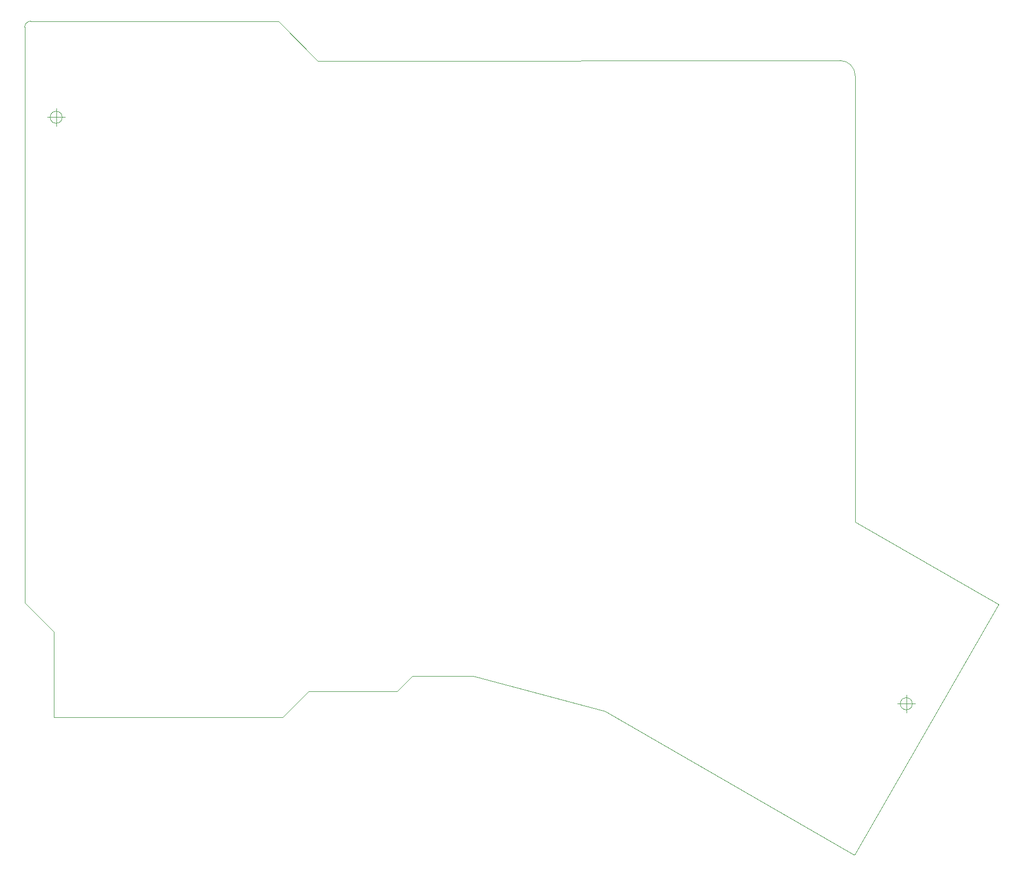
<source format=gm1>
G04 #@! TF.GenerationSoftware,KiCad,Pcbnew,(5.1.5)-3*
G04 #@! TF.CreationDate,2020-05-09T22:29:07+04:00*
G04 #@! TF.ProjectId,redox_rev2,7265646f-785f-4726-9576-322e6b696361,1.0*
G04 #@! TF.SameCoordinates,Original*
G04 #@! TF.FileFunction,Profile,NP*
%FSLAX46Y46*%
G04 Gerber Fmt 4.6, Leading zero omitted, Abs format (unit mm)*
G04 Created by KiCad (PCBNEW (5.1.5)-3) date 2020-05-09 22:29:07*
%MOMM*%
%LPD*%
G04 APERTURE LIST*
%ADD10C,0.100000*%
%ADD11C,0.110000*%
G04 APERTURE END LIST*
D10*
X79500000Y-37500000D02*
G75*
G02X80500000Y-36500000I1000000J0D01*
G01*
D11*
X121800000Y-36503500D02*
X128310000Y-43120000D01*
D10*
X80500000Y-36500000D02*
X121800000Y-36500000D01*
X215265000Y-43053000D02*
G75*
G02X217805006Y-45593006I0J-2540006D01*
G01*
X122428000Y-152400000D02*
X126746000Y-148082000D01*
X141478000Y-148082000D02*
X144018000Y-145542000D01*
X85750000Y-52500000D02*
G75*
G03X85750000Y-52500000I-1000000J0D01*
G01*
X83250000Y-52500000D02*
X86250000Y-52500000D01*
X84750000Y-51000000D02*
X84750000Y-54000000D01*
X227314000Y-150114000D02*
G75*
G03X227314000Y-150114000I-1000000J0D01*
G01*
X224814000Y-150114000D02*
X227814000Y-150114000D01*
X226314000Y-148614000D02*
X226314000Y-151614000D01*
X215265000Y-43053000D02*
X128310000Y-43120000D01*
X217805006Y-45593006D02*
X217805000Y-64008000D01*
X79500000Y-37500000D02*
X79500000Y-57200000D01*
X154178000Y-145542000D02*
X144018000Y-145542000D01*
X217805000Y-119888000D02*
X241681000Y-133604000D01*
X217805000Y-64008000D02*
X217805000Y-119888000D01*
X217678000Y-175260000D02*
X241681000Y-133604000D01*
X217551000Y-175260000D02*
X217678000Y-175260000D01*
X176149000Y-151384000D02*
X154178000Y-145542000D01*
X217551000Y-175260000D02*
X176149000Y-151384000D01*
X126746000Y-148082000D02*
X141478000Y-148082000D01*
X84328000Y-152400000D02*
X122428000Y-152400000D01*
X84328000Y-138176000D02*
X84328000Y-152400000D01*
X79502000Y-133350000D02*
X84328000Y-138176000D01*
X79500000Y-57200000D02*
X79502000Y-133350000D01*
M02*

</source>
